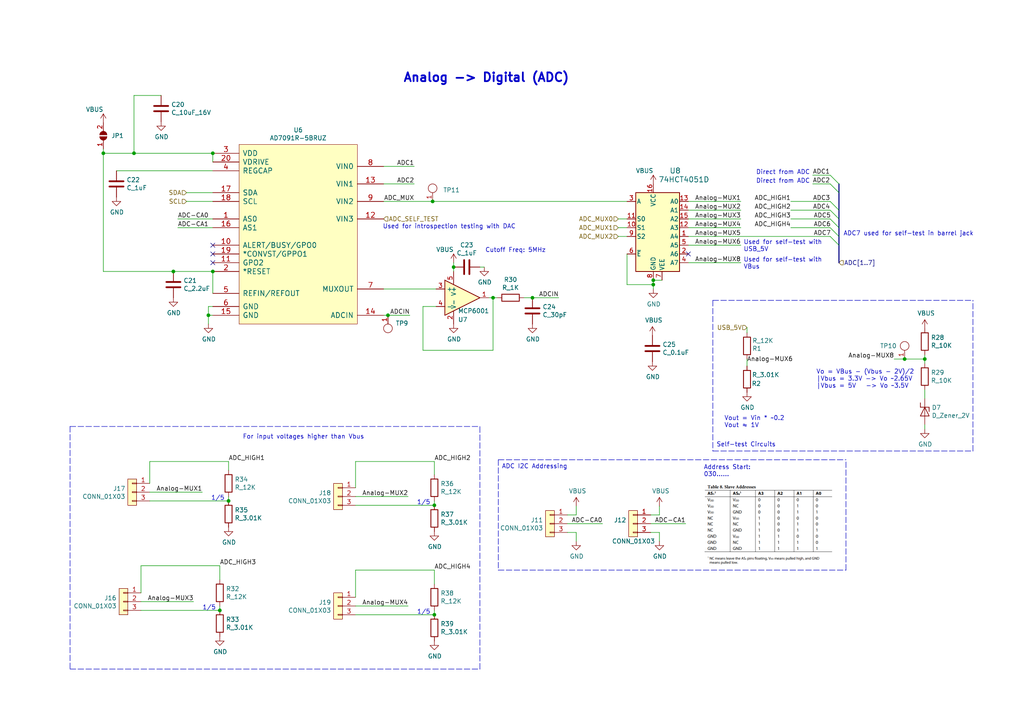
<source format=kicad_sch>
(kicad_sch (version 20211123) (generator eeschema)
  (paper "A4")
  (title_block (title "Hardware In The Loop: Primary Board") (rev "0A") (company "Olin Electric Motorsports") (comment 1 "Corey Cochran-Lepiz"))
  (lib_symbols
    (symbol "Jumper:SolderJumper_2_Open" (pin_names (offset 0) hide)
      (property "Reference" "JP" (at 0 2.032 0))
      (property "Value" "SolderJumper_2_Open" (at 0 -2.54 0))
      (symbol "SolderJumper_2_Open_0_1"
        (arc (start -0.254 1.016) (mid -1.27 0) (end -0.254 -1.016))
        (arc (start -0.254 1.016) (mid -1.27 0) (end -0.254 -1.016) (fill (type outline)))
        (polyline (pts (xy -0.254 1.016) (xy -0.254 -1.016)))
        (polyline (pts (xy 0.254 1.016) (xy 0.254 -1.016)))
        (arc (start 0.254 -1.016) (mid 1.27 0) (end 0.254 1.016))
        (arc (start 0.254 -1.016) (mid 1.27 0) (end 0.254 1.016) (fill (type outline)))
      )
      (symbol "SolderJumper_2_Open_1_1"
        (pin passive line (at -3.81 0 0) (length 2.54) (name "A") (number "1"))
        (pin passive line (at 3.81 0 180) (length 2.54) (name "B") (number "2"))
      )
    )
    (symbol "formula:74HCT4051D" (pin_names (offset 0.254))
      (property "Reference" "U" (at 20.32 10.16 0))
      (property "Value" "74HCT4051D" (at 20.32 7.62 0))
      (property "Datasheet" "https://assets.nexperia.com/documents/data-sheet/74HC_HCT4051.pdf" (at 0 0 0))
      (property "MPN" "1727-2850-1-ND" (at 7.62 15.24 0))
      (property "PurchasingLink" "https://www.digikey.com/en/products/detail/nexperia-usa-inc/74HCT4051D-118/763152" (at 13.97 11.43 0))
      (property "MFN" "DK" (at 0 0 0))
      (symbol "74HCT4051D_1_1"
        (rectangle (start 0 0) (end 12.7 -22.86) (stroke (width 0.254)) (fill (type background)))
        (pin passive line (at 15.24 -12.7 180) (length 2.54) (name "A4") (number "1"))
        (pin input line (at -2.54 -10.16 0) (length 2.54) (name "S1") (number "10"))
        (pin input line (at -2.54 -7.62 0) (length 2.54) (name "S0") (number "11"))
        (pin passive line (at 15.24 -10.16 180) (length 2.54) (name "A3") (number "12"))
        (pin passive line (at 15.24 -2.54 180) (length 2.54) (name "A0") (number "13"))
        (pin passive line (at 15.24 -5.08 180) (length 2.54) (name "A1") (number "14"))
        (pin passive line (at 15.24 -7.62 180) (length 2.54) (name "A2") (number "15"))
        (pin power_in line (at 5.08 2.54 270) (length 2.54) (name "VCC") (number "16"))
        (pin passive line (at 15.24 -17.78 180) (length 2.54) (name "A6") (number "2"))
        (pin passive line (at -2.54 -2.54 0) (length 2.54) (name "A") (number "3"))
        (pin passive line (at 15.24 -20.32 180) (length 2.54) (name "A7") (number "4"))
        (pin passive line (at 15.24 -15.24 180) (length 2.54) (name "A5") (number "5"))
        (pin input line (at -2.54 -17.78 0) (length 2.54) (name "~{E}") (number "6"))
        (pin power_in line (at 7.62 -25.4 90) (length 2.54) (name "VEE") (number "7"))
        (pin power_in line (at 5.08 -25.4 90) (length 2.54) (name "GND") (number "8"))
        (pin input line (at -2.54 -12.7 0) (length 2.54) (name "S2") (number "9"))
      )
    )
    (symbol "formula:AD7091R-5BRUZ" (pin_names (offset 1.016))
      (property "Reference" "U" (at 1.27 3.81 0))
      (property "Value" "AD7091R-5BRUZ" (at 8.89 1.27 0))
      (symbol "AD7091R-5BRUZ_0_1"
        (rectangle (start 0 0) (end 34.29 -52.07) (stroke (width 0.127)) (fill (type background)))
      )
      (symbol "AD7091R-5BRUZ_1_1"
        (pin unspecified line (at -7.62 -21.59 0) (length 7.62) (name "AS0") (number "1"))
        (pin unspecified line (at -7.62 -29.21 0) (length 7.62) (name "ALERT/BUSY/GPO0") (number "10"))
        (pin unspecified line (at -7.62 -34.29 0) (length 7.62) (name "GPO2") (number "11"))
        (pin unspecified line (at 41.91 -21.59 180) (length 7.62) (name "VIN3") (number "12"))
        (pin unspecified line (at 41.91 -11.43 180) (length 7.62) (name "VIN1") (number "13"))
        (pin unspecified line (at 41.91 -49.53 180) (length 7.62) (name "ADCIN") (number "14"))
        (pin unspecified line (at -7.62 -49.53 0) (length 7.62) (name "GND") (number "15"))
        (pin unspecified line (at -7.62 -24.13 0) (length 7.62) (name "AS1") (number "16"))
        (pin unspecified line (at -7.62 -13.97 0) (length 7.62) (name "SDA") (number "17"))
        (pin unspecified line (at -7.62 -16.51 0) (length 7.62) (name "SCL") (number "18"))
        (pin unspecified line (at -7.62 -31.75 0) (length 7.62) (name "*CONVST/GPPO1") (number "19"))
        (pin unspecified line (at -7.62 -36.83 0) (length 7.62) (name "*RESET") (number "2"))
        (pin unspecified line (at -7.62 -5.08 0) (length 7.62) (name "VDRIVE") (number "20"))
        (pin unspecified line (at -7.62 -2.54 0) (length 7.62) (name "VDD") (number "3"))
        (pin unspecified line (at -7.62 -7.62 0) (length 7.62) (name "REGCAP") (number "4"))
        (pin unspecified line (at -7.62 -43.18 0) (length 7.62) (name "REFIN/REFOUT") (number "5"))
        (pin unspecified line (at -7.62 -46.99 0) (length 7.62) (name "GND") (number "6"))
        (pin unspecified line (at 41.91 -41.91 180) (length 7.62) (name "MUXOUT") (number "7"))
        (pin unspecified line (at 41.91 -6.35 180) (length 7.62) (name "VIN0") (number "8"))
        (pin unspecified line (at 41.91 -16.51 180) (length 7.62) (name "VIN2") (number "9"))
      )
    )
    (symbol "formula:CONN_01X03" (pin_names (offset 0.0254) hide)
      (property "Reference" "J" (at 0 5.08 0))
      (property "Value" "CONN_01X03" (at 0 -5.08 0))
      (symbol "CONN_01X03_0_1"
        (rectangle (start -2.54 -2.413) (end -1.27 -2.667))
        (rectangle (start -2.54 0.127) (end -1.27 -0.127))
        (rectangle (start -2.54 2.667) (end -1.27 2.413))
        (rectangle (start -2.54 3.81) (end 0 -3.81) (fill (type background)))
      )
      (symbol "CONN_01X03_1_1"
        (pin passive line (at -6.35 2.54 0) (length 3.81) (name "P1") (number "1"))
        (pin passive line (at -6.35 0 0) (length 3.81) (name "P2") (number "2"))
        (pin passive line (at -6.35 -2.54 0) (length 3.81) (name "P3") (number "3"))
      )
    )
    (symbol "formula:C_0.1uF" (pin_numbers hide) (pin_names (offset 0.254))
      (property "Reference" "C" (at 0.635 2.54 0))
      (property "Value" "C_0.1uF" (at 0.635 -2.54 0))
      (symbol "C_0.1uF_0_1"
        (polyline (pts (xy -2.032 -0.762) (xy 2.032 -0.762)) (stroke (width 0.508)))
        (polyline (pts (xy -2.032 0.762) (xy 2.032 0.762)) (stroke (width 0.508)))
      )
      (symbol "C_0.1uF_1_1"
        (pin passive line (at 0 3.81 270) (length 2.794) (name "~") (number "1"))
        (pin passive line (at 0 -3.81 90) (length 2.794) (name "~") (number "2"))
      )
    )
    (symbol "formula:C_10uF_16V" (pin_numbers hide) (pin_names (offset 0.254))
      (property "Reference" "C" (at 0.635 2.54 0))
      (property "Value" "C_10uF_16V" (at 0.635 -2.54 0))
      (symbol "C_10uF_16V_0_1"
        (polyline (pts (xy -2.032 -0.762) (xy 2.032 -0.762)) (stroke (width 0.508)))
        (polyline (pts (xy -2.032 0.762) (xy 2.032 0.762)) (stroke (width 0.508)))
      )
      (symbol "C_10uF_16V_1_1"
        (pin passive line (at 0 3.81 270) (length 2.794) (name "~") (number "1"))
        (pin passive line (at 0 -3.81 90) (length 2.794) (name "~") (number "2"))
      )
    )
    (symbol "formula:C_1uF" (pin_numbers hide) (pin_names (offset 0.254))
      (property "Reference" "C" (at 0.635 3.81 0))
      (property "Value" "C_1uF" (at 0.635 -1.27 0))
      (symbol "C_1uF_0_1"
        (polyline (pts (xy -2.032 0.508) (xy 2.032 0.508)) (stroke (width 0.508)))
        (polyline (pts (xy -2.032 2.032) (xy 2.032 2.032)) (stroke (width 0.508)))
      )
      (symbol "C_1uF_1_1"
        (pin passive line (at 0 5.08 270) (length 2.794) (name "~") (number "1"))
        (pin passive line (at 0 -2.54 90) (length 2.794) (name "~") (number "2"))
      )
    )
    (symbol "formula:C_2.2uF" (pin_numbers hide) (pin_names (offset 0.254))
      (property "Reference" "C" (at 0.635 3.81 0))
      (property "Value" "C_2.2uF" (at 0.635 -1.27 0))
      (symbol "C_2.2uF_0_1"
        (polyline (pts (xy -2.032 0.508) (xy 2.032 0.508)) (stroke (width 0.508)))
        (polyline (pts (xy -2.032 2.032) (xy 2.032 2.032)) (stroke (width 0.508)))
      )
      (symbol "C_2.2uF_1_1"
        (pin passive line (at 0 5.08 270) (length 2.794) (name "~") (number "1"))
        (pin passive line (at 0 -2.54 90) (length 2.794) (name "~") (number "2"))
      )
    )
    (symbol "formula:C_30pF" (pin_numbers hide) (pin_names (offset 0.254))
      (property "Reference" "C" (at 0.635 2.54 0))
      (property "Value" "C_30pF" (at 0.635 -2.54 0))
      (symbol "C_30pF_0_1"
        (polyline (pts (xy -2.032 -0.762) (xy 2.032 -0.762)) (stroke (width 0.508)))
        (polyline (pts (xy -2.032 0.762) (xy 2.032 0.762)) (stroke (width 0.508)))
      )
      (symbol "C_30pF_1_1"
        (pin passive line (at 0 3.81 270) (length 2.794) (name "~") (number "1"))
        (pin passive line (at 0 -3.81 90) (length 2.794) (name "~") (number "2"))
      )
    )
    (symbol "formula:D_Zener_2V" (pin_numbers hide) (pin_names (offset 1.016) hide)
      (property "Reference" "D" (at 0 2.54 0))
      (property "Value" "D_Zener_2V" (at 0 -2.54 0))
      (symbol "D_Zener_2V_0_1"
        (polyline (pts (xy -1.27 -1.27) (xy -2.54 -1.27)) (stroke (width 0.2032)))
        (polyline (pts (xy -1.27 1.27) (xy 0 1.27)) (stroke (width 0.2032)))
        (polyline (pts (xy 1.27 0) (xy -1.27 0)))
        (polyline (pts (xy -1.27 -1.27) (xy -1.27 1.27) (xy -0.762 1.27)) (stroke (width 0.2032)))
        (polyline (pts (xy 1.27 -1.27) (xy 1.27 1.27) (xy -1.27 0) (xy 1.27 -1.27)) (stroke (width 0.2032)))
      )
      (symbol "D_Zener_2V_1_1"
        (pin passive line (at -3.81 0 0) (length 2.54) (name "K") (number "1"))
        (pin passive line (at 3.81 0 180) (length 2.54) (name "A") (number "2"))
      )
    )
    (symbol "formula:MCP6001"
      (property "Reference" "U" (at 0 5.08 0))
      (property "Value" "MCP6001" (at 0 -5.08 0))
      (symbol "MCP6001_0_1"
        (polyline (pts (xy -5.08 5.08) (xy 5.08 0) (xy -5.08 -5.08) (xy -5.08 5.08)) (stroke (width 0.254)) (fill (type background)))
        (pin power_in line (at -2.54 -7.62 90) (length 3.81) (name "V-") (number "2"))
        (pin power_in line (at -2.54 7.62 270) (length 3.81) (name "V+") (number "5"))
      )
      (symbol "MCP6001_1_1"
        (pin output line (at 7.62 0 180) (length 2.54) (name "~") (number "1"))
        (pin input line (at -7.62 2.54 0) (length 2.54) (name "+") (number "3"))
        (pin input line (at -7.62 -2.54 0) (length 2.54) (name "-") (number "4"))
      )
    )
    (symbol "formula:R_10K" (pin_numbers hide) (pin_names (offset 0))
      (property "Reference" "R" (at 2.032 0 90))
      (property "Value" "R_10K" (at -2.54 0 90))
      (symbol "R_10K_0_1"
        (rectangle (start -1.016 -2.54) (end 1.016 2.54) (stroke (width 0.254)))
      )
      (symbol "R_10K_1_1"
        (pin passive line (at 0 3.81 270) (length 1.27) (name "~") (number "1"))
        (pin passive line (at 0 -3.81 90) (length 1.27) (name "~") (number "2"))
      )
    )
    (symbol "formula:R_12K" (pin_numbers hide) (pin_names (offset 0))
      (property "Reference" "R" (at 2.032 0 90))
      (property "Value" "R_12K" (at -2.54 0 90))
      (symbol "R_12K_0_1"
        (rectangle (start -1.016 -2.54) (end 1.016 2.54) (stroke (width 0.254)))
      )
      (symbol "R_12K_1_1"
        (pin passive line (at 0 3.81 270) (length 1.27) (name "~") (number "1"))
        (pin passive line (at 0 -3.81 90) (length 1.27) (name "~") (number "2"))
      )
    )
    (symbol "formula:R_1K" (pin_numbers hide) (pin_names (offset 0))
      (property "Reference" "R" (at 2.032 0 90))
      (property "Value" "R_1K" (at -2.54 0 90))
      (symbol "R_1K_0_1"
        (rectangle (start -1.016 -2.54) (end 1.016 2.54) (stroke (width 0.254)))
      )
      (symbol "R_1K_1_1"
        (pin passive line (at 0 3.81 270) (length 1.27) (name "~") (number "1"))
        (pin passive line (at 0 -3.81 90) (length 1.27) (name "~") (number "2"))
      )
    )
    (symbol "formula:R_3.01K" (pin_numbers hide) (pin_names (offset 0))
      (property "Reference" "R" (at 2.032 0 90))
      (property "Value" "R_3.01K" (at -2.54 0 90))
      (symbol "R_3.01K_0_1"
        (rectangle (start -1.016 -2.54) (end 1.016 2.54) (stroke (width 0.254)))
      )
      (symbol "R_3.01K_1_1"
        (pin passive line (at 0 3.81 270) (length 1.27) (name "~") (number "1"))
        (pin passive line (at 0 -3.81 90) (length 1.27) (name "~") (number "2"))
      )
    )
    (symbol "formula:Test_Point_SMD" (pin_names (offset 1.016))
      (property "Reference" "TP" (at 0 7.62 0))
      (property "Value" "Test_Point_SMD" (at 1.27 5.08 0))
      (symbol "Test_Point_SMD_1_1"
        (circle (center 0 2.54) (radius 1.27))
        (pin input line (at 0 -1.27 90) (length 2.54) (name "~") (number "1"))
      )
    )
    (symbol "power:GND" (power) (pin_names (offset 0))
      (property "Value" "GND" (at 0 -3.81 0))
      (symbol "GND_0_1"
        (polyline (pts (xy 0 0) (xy 0 -1.27) (xy 1.27 -1.27) (xy 0 -2.54) (xy -1.27 -1.27) (xy 0 -1.27)))
      )
      (symbol "GND_1_1"
        (pin power_in line (at 0 0 270) (length 0) hide (name "GND") (number "1"))
      )
    )
    (symbol "power:VBUS" (power) (pin_names (offset 0))
      (property "Value" "VBUS" (at 0 3.81 0))
      (symbol "VBUS_0_1"
        (polyline (pts (xy -0.762 1.27) (xy 0 2.54)))
        (polyline (pts (xy 0 0) (xy 0 2.54)))
        (polyline (pts (xy 0 2.54) (xy 0.762 1.27)))
      )
      (symbol "VBUS_1_1"
        (pin power_in line (at 0 0 90) (length 0) hide (name "VBUS") (number "1"))
      )
    )
  )
  (junction (at 61.722 78.74))
  (junction (at 38.862 44.45))
  (junction (at 262.382 104.14))
  (junction (at 125.984 146.558))
  (junction (at 60.452 91.44))
  (junction (at 63.754 177.038))
  (junction (at 268.224 104.14))
  (junction (at 112.522 91.44))
  (junction (at 125.984 178.308))
  (junction (at 66.294 145.288))
  (junction (at 143.002 86.36))
  (junction (at 189.484 82.55))
  (junction (at 61.722 44.45))
  (junction (at 125.476 58.42))
  (junction (at 131.572 77.47))
  (junction (at 29.972 44.45))
  (junction (at 189.484 81.28))
  (junction (at 154.432 86.36))
  (junction (at 50.292 78.74))
  (no_connect (at 61.722 73.66))
  (no_connect (at 61.722 71.12))
  (no_connect (at 61.722 76.2))
  (no_connect (at 199.644 73.66))
  (bus_entry (at 240.792 58.42) (size 2.54 2.54))
  (bus_entry (at 240.792 60.96) (size 2.54 2.54))
  (bus_entry (at 240.792 66.04) (size 2.54 2.54))
  (bus_entry (at 240.792 63.5) (size 2.54 2.54))
  (bus_entry (at 240.792 68.58) (size 2.54 2.54))
  (bus_entry (at 240.792 53.34) (size 2.54 2.54))
  (bus_entry (at 240.792 50.8) (size 2.54 2.54))
  (wire (pts (xy 40.894 164.084) (xy 40.894 171.958)))
  (bus (pts (xy 243.332 55.88) (xy 243.332 60.96)))
  (bus (pts (xy 243.332 71.12) (xy 243.332 76.2)))
  (wire (pts (xy 43.434 140.208) (xy 43.434 133.858)))
  (wire (pts (xy 167.132 146.812) (xy 167.132 149.352)))
  (wire (pts (xy 240.792 60.96) (xy 229.362 60.96)))
  (wire (pts (xy 66.294 136.398) (xy 66.294 133.858)))
  (wire (pts (xy 143.002 86.36) (xy 144.272 86.36)))
  (wire (pts (xy 199.644 60.96) (xy 214.884 60.96)))
  (wire (pts (xy 191.262 146.812) (xy 191.262 149.352)))
  (wire (pts (xy 61.722 91.44) (xy 60.452 91.44)))
  (wire (pts (xy 181.864 82.55) (xy 189.484 82.55)))
  (wire (pts (xy 199.644 71.12) (xy 214.884 71.12)))
  (polyline (pts (xy 139.192 194.056) (xy 139.192 123.698)))
  (wire (pts (xy 46.736 27.686) (xy 38.862 27.686)))
  (wire (pts (xy 58.674 142.748) (xy 43.434 142.748)))
  (wire (pts (xy 189.484 82.55) (xy 189.484 83.82)))
  (wire (pts (xy 61.722 63.5) (xy 51.562 63.5)))
  (wire (pts (xy 118.364 144.018) (xy 103.124 144.018)))
  (wire (pts (xy 111.252 58.42) (xy 125.476 58.42)))
  (wire (pts (xy 60.452 91.44) (xy 60.452 93.98)))
  (wire (pts (xy 54.102 55.88) (xy 61.722 55.88)))
  (wire (pts (xy 140.462 77.47) (xy 139.192 77.47)))
  (wire (pts (xy 179.324 66.04) (xy 181.864 66.04)))
  (wire (pts (xy 125.984 165.354) (xy 125.984 169.418)))
  (polyline (pts (xy 144.526 133.35) (xy 245.364 133.35)))
  (wire (pts (xy 56.134 174.498) (xy 40.894 174.498)))
  (wire (pts (xy 131.572 76.2) (xy 131.572 77.47)))
  (wire (pts (xy 40.894 177.038) (xy 63.754 177.038)))
  (wire (pts (xy 268.224 105.41) (xy 268.224 104.14)))
  (wire (pts (xy 112.522 91.44) (xy 111.252 91.44)))
  (wire (pts (xy 118.872 91.44) (xy 112.522 91.44)))
  (wire (pts (xy 29.972 44.45) (xy 29.972 43.18)))
  (wire (pts (xy 154.432 86.36) (xy 162.052 86.36)))
  (wire (pts (xy 229.362 58.42) (xy 240.792 58.42)))
  (wire (pts (xy 199.644 66.04) (xy 214.884 66.04)))
  (wire (pts (xy 259.334 104.14) (xy 262.382 104.14)))
  (wire (pts (xy 54.102 58.42) (xy 61.722 58.42)))
  (wire (pts (xy 143.002 86.36) (xy 141.732 86.36)))
  (polyline (pts (xy 144.526 133.35) (xy 144.526 165.354)))
  (wire (pts (xy 61.722 78.74) (xy 50.292 78.74)))
  (wire (pts (xy 111.252 83.82) (xy 126.492 83.82)))
  (wire (pts (xy 103.124 146.558) (xy 125.984 146.558)))
  (wire (pts (xy 199.644 68.58) (xy 240.792 68.58)))
  (bus (pts (xy 243.332 63.5) (xy 243.332 66.04)))
  (wire (pts (xy 103.124 133.858) (xy 125.984 133.858)))
  (polyline (pts (xy 282.194 130.81) (xy 282.194 87.122)))
  (wire (pts (xy 191.262 149.352) (xy 188.722 149.352)))
  (wire (pts (xy 103.124 141.478) (xy 103.124 133.858)))
  (polyline (pts (xy 206.756 130.81) (xy 282.194 130.81)))
  (wire (pts (xy 192.024 81.28) (xy 189.484 81.28)))
  (wire (pts (xy 125.476 58.42) (xy 181.864 58.42)))
  (polyline (pts (xy 206.756 87.122) (xy 206.756 130.81)))
  (wire (pts (xy 126.492 88.9) (xy 122.682 88.9)))
  (wire (pts (xy 167.132 149.352) (xy 164.592 149.352)))
  (wire (pts (xy 214.884 63.5) (xy 199.644 63.5)))
  (wire (pts (xy 268.224 104.14) (xy 268.224 102.87)))
  (wire (pts (xy 179.324 68.58) (xy 181.864 68.58)))
  (polyline (pts (xy 20.32 194.056) (xy 139.192 194.056)))
  (wire (pts (xy 188.722 154.432) (xy 191.262 154.432)))
  (wire (pts (xy 167.132 154.432) (xy 167.132 156.972)))
  (wire (pts (xy 43.434 145.288) (xy 66.294 145.288)))
  (wire (pts (xy 51.562 66.04) (xy 61.722 66.04)))
  (wire (pts (xy 122.682 88.9) (xy 122.682 101.6)))
  (wire (pts (xy 191.262 154.432) (xy 191.262 156.972)))
  (wire (pts (xy 120.142 48.26) (xy 111.252 48.26)))
  (wire (pts (xy 229.362 63.5) (xy 240.792 63.5)))
  (wire (pts (xy 61.722 88.9) (xy 60.452 88.9)))
  (wire (pts (xy 216.662 94.996) (xy 216.662 96.52)))
  (wire (pts (xy 174.752 151.892) (xy 164.592 151.892)))
  (wire (pts (xy 235.712 53.34) (xy 240.792 53.34)))
  (wire (pts (xy 143.002 86.36) (xy 143.002 101.6)))
  (wire (pts (xy 268.224 124.46) (xy 268.224 123.19)))
  (wire (pts (xy 61.722 46.99) (xy 61.722 44.45)))
  (polyline (pts (xy 20.32 123.698) (xy 139.192 123.698)))
  (polyline (pts (xy 245.364 165.354) (xy 245.364 133.35)))
  (wire (pts (xy 103.124 165.354) (xy 103.124 173.228)))
  (polyline (pts (xy 144.526 165.354) (xy 245.364 165.354)))
  (wire (pts (xy 63.754 177.038) (xy 63.754 175.768)))
  (wire (pts (xy 240.792 66.04) (xy 229.362 66.04)))
  (polyline (pts (xy 206.756 87.122) (xy 282.194 87.122)))
  (wire (pts (xy 33.782 49.53) (xy 61.722 49.53)))
  (wire (pts (xy 216.662 104.14) (xy 216.662 106.172)))
  (wire (pts (xy 63.754 164.084) (xy 40.894 164.084)))
  (wire (pts (xy 103.124 178.308) (xy 125.984 178.308)))
  (wire (pts (xy 38.862 44.45) (xy 61.722 44.45)))
  (wire (pts (xy 214.884 76.2) (xy 199.644 76.2)))
  (wire (pts (xy 214.884 58.42) (xy 199.644 58.42)))
  (wire (pts (xy 118.364 175.768) (xy 103.124 175.768)))
  (wire (pts (xy 131.572 77.47) (xy 131.572 78.74)))
  (wire (pts (xy 63.754 164.084) (xy 63.754 168.148)))
  (wire (pts (xy 164.592 154.432) (xy 167.132 154.432)))
  (bus (pts (xy 243.332 60.96) (xy 243.332 63.5)))
  (bus (pts (xy 243.332 68.58) (xy 243.332 71.12)))
  (wire (pts (xy 179.324 63.5) (xy 181.864 63.5)))
  (polyline (pts (xy 20.32 123.698) (xy 20.32 194.056)))
  (wire (pts (xy 125.984 165.354) (xy 103.124 165.354)))
  (bus (pts (xy 243.332 53.34) (xy 243.332 55.88)))
  (wire (pts (xy 235.712 50.8) (xy 240.792 50.8)))
  (wire (pts (xy 61.722 85.09) (xy 61.722 78.74)))
  (wire (pts (xy 125.984 178.308) (xy 125.984 177.038)))
  (wire (pts (xy 143.002 101.6) (xy 122.682 101.6)))
  (wire (pts (xy 111.252 53.34) (xy 120.142 53.34)))
  (wire (pts (xy 189.484 81.28) (xy 189.484 82.55)))
  (wire (pts (xy 60.452 88.9) (xy 60.452 91.44)))
  (wire (pts (xy 29.972 44.45) (xy 29.972 78.74)))
  (wire (pts (xy 29.972 78.74) (xy 50.292 78.74)))
  (wire (pts (xy 43.434 133.858) (xy 66.294 133.858)))
  (wire (pts (xy 38.862 27.686) (xy 38.862 44.45)))
  (bus (pts (xy 243.332 66.04) (xy 243.332 68.58)))
  (wire (pts (xy 125.984 133.858) (xy 125.984 137.668)))
  (wire (pts (xy 151.892 86.36) (xy 154.432 86.36)))
  (wire (pts (xy 268.224 113.03) (xy 268.224 115.57)))
  (wire (pts (xy 66.294 145.288) (xy 66.294 144.018)))
  (wire (pts (xy 125.984 146.558) (xy 125.984 145.288)))
  (wire (pts (xy 29.972 44.45) (xy 38.862 44.45)))
  (wire (pts (xy 198.882 151.892) (xy 188.722 151.892)))
  (wire (pts (xy 262.382 104.14) (xy 268.224 104.14)))
  (wire (pts (xy 181.864 73.66) (xy 181.864 82.55)))
  (image (at 223.139 152.4))
  (text "1/5" (at 58.6946 177.0648 0) (effects (font (size 1.27 1.27)) (justify left bottom)))
  (text "For input voltages higher than Vbus" (at 70.3786 127.5348 0) (effects (font (size 1.27 1.27)) (justify left bottom)))
  (text "Used for introspection testing with DAC" (at 110.998 66.548 0) (effects (font (size 1.27 1.27)) (justify left bottom)))
  (text "Direct from ADC" (at 234.95 50.8 180) (effects (font (size 1.27 1.27)) (justify right bottom)))
  (text "Vo = VBus - (Vbus - 2V)/2\n|Vbus = 3.3V -> Vo ~2.65V\n|Vbus = 5V   -> Vo ~3.5V" (at 236.728 112.776 0) (effects (font (size 1.27 1.27)) (justify left bottom)))
  (text "ADC7 used for self-test in barrel jack" (at 244.602 68.58 0) (effects (font (size 1.27 1.27)) (justify left bottom)))
  (text "Cutoff Freq: 5MHz" (at 140.716 73.406 0) (effects (font (size 1.27 1.27)) (justify left bottom)))
  (text "Address Start:\n030......" (at 204.089 138.43 0) (effects (font (size 1.27 1.27)) (justify left bottom)))
  (text "1/5" (at 61.214 145.288 0) (effects (font (size 1.27 1.27)) (justify left bottom)))
  (text "ADC I2C Addressing" (at 164.592 136.144 180) (effects (font (size 1.27 1.27)) (justify right bottom)))
  (text "Used for self-test with\nUSB_5V" (at 215.646 73.152 0) (effects (font (size 1.27 1.27)) (justify left bottom)))
  (text "Direct from ADC" (at 234.95 53.34 180) (effects (font (size 1.27 1.27)) (justify right bottom)))
  (text "Analog -> Digital (ADC)" (at 116.84 24.13 0) (effects (font (size 2.54 2.54) (thickness 0.508) bold) (justify left bottom)))
  (text "1/5" (at 120.904 146.558 0) (effects (font (size 1.27 1.27)) (justify left bottom)))
  (text "Used for self-test with\nVBus" (at 215.646 78.232 0) (effects (font (size 1.27 1.27)) (justify left bottom)))
  (text "Vout = Vin * ~0.2\nVout ≈ 1V" (at 210.058 124.206 0) (effects (font (size 1.27 1.27)) (justify left bottom)))
  (text "Self-test Circuits" (at 225.044 129.794 180) (effects (font (size 1.27 1.27)) (justify right bottom)))
  (text "1/5" (at 120.9246 178.3348 0) (effects (font (size 1.27 1.27)) (justify left bottom)))
  (label "Analog-MUX4" (at 118.364 175.768 180))
  (label "ADC4" (at 240.792 60.96 180))
  (label "Analog-MUX8" (at 259.334 104.14 180))
  (label "ADC-CA0" (at 51.562 63.5 0))
  (label "ADC7" (at 235.966 68.58 0))
  (label "ADC1" (at 120.142 48.26 180))
  (label "ADC_HIGH1" (at 66.294 133.858 0))
  (label "Analog-MUX8" (at 214.884 76.2 180))
  (label "Analog-MUX3" (at 56.134 174.498 180))
  (label "Analog-MUX1" (at 58.674 142.748 180))
  (label "ADC2" (at 235.712 53.34 0))
  (label "ADC_HIGH3" (at 63.754 164.084 0))
  (label "ADC2" (at 120.142 53.34 180))
  (label "Analog-MUX2" (at 214.884 60.96 180))
  (label "ADCIN" (at 162.052 86.36 180))
  (label "ADC3" (at 240.792 58.42 180))
  (label "Analog-MUX5" (at 214.884 68.58 180))
  (label "Analog-MUX3" (at 214.884 63.5 180))
  (label "ADC_HIGH1" (at 229.362 58.42 180))
  (label "ADC_HIGH2" (at 125.984 133.858 0))
  (label "ADC-CA1" (at 51.562 66.04 0))
  (label "Analog-MUX1" (at 214.884 58.42 180))
  (label "Analog-MUX6" (at 214.884 71.12 180))
  (label "ADC_HIGH3" (at 229.362 63.5 180))
  (label "ADC5" (at 235.966 63.5 0))
  (label "ADC-CA1" (at 198.882 151.892 180))
  (label "Analog-MUX2" (at 118.364 144.018 180))
  (label "ADC_HIGH4" (at 125.984 165.354 0))
  (label "ADC_MUX" (at 120.142 58.42 180))
  (label "Analog-MUX6" (at 216.662 105.156 0))
  (label "ADCIN" (at 118.872 91.44 180))
  (label "ADC_HIGH4" (at 229.362 66.04 180))
  (label "Analog-MUX4" (at 214.884 66.04 180))
  (label "ADC_HIGH2" (at 229.362 60.96 180))
  (label "ADC6" (at 235.966 66.04 0))
  (label "ADC1" (at 235.712 50.8 0))
  (label "ADC-CA0" (at 174.752 151.892 180))
  (hierarchical_label "ADC_MUX0" (shape input) (at 179.324 63.5 180))
  (hierarchical_label "ADC_MUX1" (shape input) (at 179.324 66.04 180))
  (hierarchical_label "SCL" (shape input) (at 54.102 58.42 180))
  (hierarchical_label "ADC_MUX2" (shape input) (at 179.324 68.58 180))
  (hierarchical_label "USB_5V" (shape input) (at 216.662 94.996 180))
  (hierarchical_label "ADC[1..7]" (shape input) (at 243.332 76.2 0))
  (hierarchical_label "SDA" (shape input) (at 54.102 55.88 180))
  (hierarchical_label "ADC_SELF_TEST" (shape input) (at 111.252 63.5 0))
  (symbol (lib_id "power:GND") (at 189.484 83.82 0) (unit 1)
    (property "Reference" "#PWR?" (effects hide))
    (property "Value" "GND" (at 189.611 88.2142 0))
  )
  (symbol (lib_id "formula:C_0.1uF") (at 189.23 101.092 0) (unit 1)
    (property "Reference" "C25" (at 192.151 99.9236 0) (effects (justify left)))
    (property "Value" "C_0.1uF" (at 192.151 102.235 0) (effects (justify left)))
    (property "Footprint" "footprints:C_0805_OEM" (effects hide))
    (property "Datasheet" "http://datasheets.avx.com/X7RDielectric.pdf" (effects hide))
    (property "MFN" "DK" (effects hide))
    (property "MPN" "478-3352-1-ND" (effects hide))
    (property "PurchasingLink" "https://www.digikey.com/products/en?keywords=478-3352-1-ND" (effects hide))
  )
  (symbol (lib_id "power:GND") (at 189.23 104.902 0) (unit 1)
    (property "Reference" "#PWR?" (effects hide))
    (property "Value" "GND" (at 189.357 109.2962 0))
  )
  (symbol (lib_id "power:VBUS") (at 189.484 53.34 0) (unit 1)
    (property "Reference" "#PWR?" (effects hide))
    (property "Value" "VBUS" (at 186.944 49.53 0))
  )
  (symbol (lib_id "power:VBUS") (at 189.23 97.282 0) (unit 1)
    (property "Reference" "#PWR?" (effects hide))
    (property "Value" "VBUS" (at 189.611 92.8878 0))
  )
  (symbol (lib_id "formula:CONN_01X03") (at 96.774 175.768 0) (mirror y) (unit 1)
    (property "Reference" "J19" (at 96.0628 174.7266 0) (effects (justify left)))
    (property "Value" "CONN_01X03" (at 96.0628 177.038 0) (effects (justify left)))
    (property "Footprint" "footprints:PinHeader_1x03_P2.54mm_Vertical" (effects hide))
    (property "Datasheet" "https://www.mouser.com/datasheet/2/181/M20-999-1218971.pdf" (effects hide))
    (property "MFN" "Mouser" (effects hide))
    (property "MPN" "855-M20-9990346" (effects hide))
    (property "PurchasingLink" "https://www.mouser.com/ProductDetail/Harwin/M20-9990346?qs=sGAEpiMZZMs%252bGHln7q6pmzlZUuX%2f53qj1ROyRKct5o4%3d" (effects hide))
  )
  (symbol (lib_id "formula:R_3.01K") (at 125.984 182.118 0) (unit 1)
    (property "Reference" "R39" (at 127.762 180.9496 0) (effects (justify left)))
    (property "Value" "R_3.01K" (at 127.762 183.261 0) (effects (justify left)))
    (property "Footprint" "footprints:R_0805_OEM" (effects hide))
    (property "Datasheet" "http://www.yageo.com.tw/exep/pages/download/literatures/PYu-R_INT-thick_7.pdf" (effects hide))
    (property "MFN" "DK" (effects hide))
    (property "MPN" "311-3.01KCRCT-ND" (effects hide))
    (property "PurchasingLink" "https://www.digikey.com/products/en?keywords=311-3.01KCRCT-ND" (effects hide))
  )
  (symbol (lib_id "power:GND") (at 125.984 185.928 0) (unit 1)
    (property "Reference" "#PWR?" (effects hide))
    (property "Value" "GND" (at 126.111 190.3222 0))
  )
  (symbol (lib_id "formula:R_12K") (at 125.984 173.228 0) (unit 1)
    (property "Reference" "R38" (at 127.762 172.0596 0) (effects (justify left)))
    (property "Value" "R_12K" (at 127.762 174.371 0) (effects (justify left)))
    (property "Footprint" "footprints:R_0805_OEM" (effects hide))
    (property "Datasheet" "https://www.te.com/commerce/DocumentDelivery/DDEController?Action=srchrtrv&DocNm=9-1773463-9&DocType=DS&DocLang=English" (effects hide))
    (property "MFN" "TE" (effects hide))
    (property "MPN" "CRGP0805F12K" (effects hide))
    (property "PurchasingLink" "https://www.digikey.com/en/products/detail/te-connectivity-passive-product/CRGP0805F12K/8577092" (effects hide))
  )
  (symbol (lib_id "formula:CONN_01X03") (at 34.544 174.498 0) (mirror y) (unit 1)
    (property "Reference" "J16" (at 33.8328 173.4566 0) (effects (justify left)))
    (property "Value" "CONN_01X03" (at 33.8328 175.768 0) (effects (justify left)))
    (property "Footprint" "footprints:PinHeader_1x03_P2.54mm_Vertical" (effects hide))
    (property "Datasheet" "https://www.mouser.com/datasheet/2/181/M20-999-1218971.pdf" (effects hide))
    (property "MFN" "Mouser" (effects hide))
    (property "MPN" "855-M20-9990346" (effects hide))
    (property "PurchasingLink" "https://www.mouser.com/ProductDetail/Harwin/M20-9990346?qs=sGAEpiMZZMs%252bGHln7q6pmzlZUuX%2f53qj1ROyRKct5o4%3d" (effects hide))
  )
  (symbol (lib_id "formula:R_3.01K") (at 63.754 180.848 0) (unit 1)
    (property "Reference" "R33" (at 65.532 179.6796 0) (effects (justify left)))
    (property "Value" "R_3.01K" (at 65.532 181.991 0) (effects (justify left)))
    (property "Footprint" "footprints:R_0805_OEM" (effects hide))
    (property "Datasheet" "http://www.yageo.com.tw/exep/pages/download/literatures/PYu-R_INT-thick_7.pdf" (effects hide))
    (property "MFN" "DK" (effects hide))
    (property "MPN" "311-3.01KCRCT-ND" (effects hide))
    (property "PurchasingLink" "https://www.digikey.com/products/en?keywords=311-3.01KCRCT-ND" (effects hide))
  )
  (symbol (lib_id "power:GND") (at 63.754 184.658 0) (unit 1)
    (property "Reference" "#PWR?" (effects hide))
    (property "Value" "GND" (at 63.881 189.0522 0))
  )
  (symbol (lib_id "formula:R_12K") (at 63.754 171.958 0) (unit 1)
    (property "Reference" "R32" (at 65.532 170.7896 0) (effects (justify left)))
    (property "Value" "R_12K" (at 65.532 173.101 0) (effects (justify left)))
    (property "Footprint" "footprints:R_0805_OEM" (effects hide))
    (property "Datasheet" "https://www.te.com/commerce/DocumentDelivery/DDEController?Action=srchrtrv&DocNm=9-1773463-9&DocType=DS&DocLang=English" (effects hide))
    (property "MFN" "TE" (effects hide))
    (property "MPN" "CRGP0805F12K" (effects hide))
    (property "PurchasingLink" "https://www.digikey.com/en/products/detail/te-connectivity-passive-product/CRGP0805F12K/8577092" (effects hide))
  )
  (symbol (lib_id "formula:CONN_01X03") (at 96.774 144.018 0) (mirror y) (unit 1)
    (property "Reference" "J18" (at 96.0628 142.9766 0) (effects (justify left)))
    (property "Value" "CONN_01X03" (at 96.0628 145.288 0) (effects (justify left)))
    (property "Footprint" "footprints:PinHeader_1x03_P2.54mm_Vertical" (effects hide))
    (property "Datasheet" "https://www.mouser.com/datasheet/2/181/M20-999-1218971.pdf" (effects hide))
    (property "MFN" "Mouser" (effects hide))
    (property "MPN" "855-M20-9990346" (effects hide))
    (property "PurchasingLink" "https://www.mouser.com/ProductDetail/Harwin/M20-9990346?qs=sGAEpiMZZMs%252bGHln7q6pmzlZUuX%2f53qj1ROyRKct5o4%3d" (effects hide))
  )
  (symbol (lib_id "formula:R_3.01K") (at 125.984 150.368 0) (unit 1)
    (property "Reference" "R37" (at 127.762 149.1996 0) (effects (justify left)))
    (property "Value" "R_3.01K" (at 127.762 151.511 0) (effects (justify left)))
    (property "Footprint" "footprints:R_0805_OEM" (effects hide))
    (property "Datasheet" "http://www.yageo.com.tw/exep/pages/download/literatures/PYu-R_INT-thick_7.pdf" (effects hide))
    (property "MFN" "DK" (effects hide))
    (property "MPN" "311-3.01KCRCT-ND" (effects hide))
    (property "PurchasingLink" "https://www.digikey.com/products/en?keywords=311-3.01KCRCT-ND" (effects hide))
  )
  (symbol (lib_id "power:GND") (at 125.984 154.178 0) (unit 1)
    (property "Reference" "#PWR?" (effects hide))
    (property "Value" "GND" (at 126.111 158.5722 0))
  )
  (symbol (lib_id "formula:R_12K") (at 125.984 141.478 0) (unit 1)
    (property "Reference" "R36" (at 127.762 140.3096 0) (effects (justify left)))
    (property "Value" "R_12K" (at 127.762 142.621 0) (effects (justify left)))
    (property "Footprint" "footprints:R_0805_OEM" (effects hide))
    (property "Datasheet" "https://www.te.com/commerce/DocumentDelivery/DDEController?Action=srchrtrv&DocNm=9-1773463-9&DocType=DS&DocLang=English" (effects hide))
    (property "MFN" "TE" (effects hide))
    (property "MPN" "CRGP0805F12K" (effects hide))
    (property "PurchasingLink" "https://www.digikey.com/en/products/detail/te-connectivity-passive-product/CRGP0805F12K/8577092" (effects hide))
  )
  (symbol (lib_id "formula:CONN_01X03") (at 37.084 142.748 0) (mirror y) (unit 1)
    (property "Reference" "J17" (at 36.3728 141.7066 0) (effects (justify left)))
    (property "Value" "CONN_01X03" (at 36.3728 144.018 0) (effects (justify left)))
    (property "Footprint" "footprints:PinHeader_1x03_P2.54mm_Vertical" (effects hide))
    (property "Datasheet" "https://www.mouser.com/datasheet/2/181/M20-999-1218971.pdf" (effects hide))
    (property "MFN" "Mouser" (effects hide))
    (property "MPN" "855-M20-9990346" (effects hide))
    (property "PurchasingLink" "https://www.mouser.com/ProductDetail/Harwin/M20-9990346?qs=sGAEpiMZZMs%252bGHln7q6pmzlZUuX%2f53qj1ROyRKct5o4%3d" (effects hide))
  )
  (symbol (lib_id "formula:R_3.01K") (at 66.294 149.098 0) (unit 1)
    (property "Reference" "R35" (at 68.072 147.9296 0) (effects (justify left)))
    (property "Value" "R_3.01K" (at 68.072 150.241 0) (effects (justify left)))
    (property "Footprint" "footprints:R_0805_OEM" (effects hide))
    (property "Datasheet" "http://www.yageo.com.tw/exep/pages/download/literatures/PYu-R_INT-thick_7.pdf" (effects hide))
    (property "MFN" "DK" (effects hide))
    (property "MPN" "311-3.01KCRCT-ND" (effects hide))
    (property "PurchasingLink" "https://www.digikey.com/products/en?keywords=311-3.01KCRCT-ND" (effects hide))
  )
  (symbol (lib_id "power:GND") (at 66.294 152.908 0) (unit 1)
    (property "Reference" "#PWR?" (effects hide))
    (property "Value" "GND" (at 66.421 157.3022 0))
  )
  (symbol (lib_id "formula:R_12K") (at 66.294 140.208 0) (unit 1)
    (property "Reference" "R34" (at 68.072 139.0396 0) (effects (justify left)))
    (property "Value" "R_12K" (at 68.072 141.351 0) (effects (justify left)))
    (property "Footprint" "footprints:R_0805_OEM" (effects hide))
    (property "Datasheet" "https://www.te.com/commerce/DocumentDelivery/DDEController?Action=srchrtrv&DocNm=9-1773463-9&DocType=DS&DocLang=English" (effects hide))
    (property "MFN" "TE" (effects hide))
    (property "MPN" "CRGP0805F12K" (effects hide))
    (property "PurchasingLink" "https://www.digikey.com/en/products/detail/te-connectivity-passive-product/CRGP0805F12K/8577092" (effects hide))
  )
  (symbol (lib_id "formula:D_Zener_2V") (at 268.224 119.38 270) (unit 1)
    (property "Reference" "D7" (at 270.2306 118.2116 90) (effects (justify left)))
    (property "Value" "D_Zener_2V" (at 270.2306 120.523 90) (effects (justify left)))
    (property "Footprint" "footprints:SOD-323" (effects hide))
    (property "Datasheet" "https://www.vishay.com/docs/83334/gdzg.pdf" (effects hide))
    (property "MFN" "Vishay" (effects hide))
    (property "MPN" "GDZ2V0B-G3-08" (effects hide))
    (property "PurchasingLink" "https://www.digikey.com/en/products/detail/vishay-general-semiconductor-diodes-division/GDZ2V0B-G3-08/4831605" (effects hide))
  )
  (symbol (lib_id "formula:R_10K") (at 268.224 109.22 0) (unit 1)
    (property "Reference" "R29" (at 270.002 108.0516 0) (effects (justify left)))
    (property "Value" "R_10K" (at 270.002 110.363 0) (effects (justify left)))
    (property "Footprint" "footprints:R_0805_OEM" (effects hide))
    (property "Datasheet" "http://www.bourns.com/data/global/pdfs/CRS.pdf" (effects hide))
    (property "MFN" "DK" (effects hide))
    (property "MPN" "CRS0805-FX-1002ELFCT-ND" (effects hide))
    (property "PurchasingLink" "https://www.digikey.com/products/en?keywords=CRS0805-FX-1002ELFCT-ND" (effects hide))
  )
  (symbol (lib_id "formula:R_10K") (at 268.224 99.06 0) (unit 1)
    (property "Reference" "R28" (at 270.002 97.8916 0) (effects (justify left)))
    (property "Value" "R_10K" (at 270.002 100.203 0) (effects (justify left)))
    (property "Footprint" "footprints:R_0805_OEM" (effects hide))
    (property "Datasheet" "http://www.bourns.com/data/global/pdfs/CRS.pdf" (effects hide))
    (property "MFN" "DK" (effects hide))
    (property "MPN" "CRS0805-FX-1002ELFCT-ND" (effects hide))
    (property "PurchasingLink" "https://www.digikey.com/products/en?keywords=CRS0805-FX-1002ELFCT-ND" (effects hide))
  )
  (symbol (lib_id "power:GND") (at 268.224 124.46 0) (unit 1)
    (property "Reference" "#PWR?" (effects hide))
    (property "Value" "GND" (at 268.351 128.8542 0))
  )
  (symbol (lib_id "power:VBUS") (at 268.224 95.25 0) (unit 1)
    (property "Reference" "#PWR?" (effects hide))
    (property "Value" "VBUS" (at 268.605 90.8558 0))
  )
  (symbol (lib_id "formula:AD7091R-5BRUZ") (at 69.342 41.91 0) (unit 1)
    (property "Reference" "U6" (at 86.487 37.719 0))
    (property "Value" "AD7091R-5BRUZ" (at 86.487 40.0304 0))
    (property "Footprint" "footprints:AD7091R-5BRUZ" (effects hide))
    (property "Datasheet" "https://www.analog.com/media/en/technical-documentation/data-sheets/AD7091R-5.pdf" (effects hide))
    (property "MPN" "AD7091R-5BRUZ-ND" (effects hide))
    (property "PurchasingLink" "https://www.digikey.com/en/products/detail/analog-devices-inc/AD7091R-5BRUZ/5441090" (effects hide))
    (property "MFN" "DK" (effects hide))
  )
  (symbol (lib_id "power:VBUS") (at 29.972 35.56 0) (unit 1)
    (property "Reference" "#PWR?" (effects hide))
    (property "Value" "VBUS" (at 27.432 31.75 0))
  )
  (symbol (lib_id "formula:MCP6001") (at 134.112 86.36 0) (unit 1)
    (property "Reference" "U7" (at 132.842 92.71 0) (effects (justify left)))
    (property "Value" "MCP6001" (at 132.842 90.17 0) (effects (justify left)))
    (property "Footprint" "footprints:SOT-23-5_OEM" (effects hide))
    (property "Datasheet" "http://ww1.microchip.com/downloads/en/DeviceDoc/21733j.pdf" (effects hide))
    (property "MFN" "DK" (effects hide))
    (property "MPN" "MCP6001T-I/OTCT-ND" (effects hide))
    (property "PurchasingLink" "https://www.digikey.com/product-detail/en/microchip-technology/MCP6001T-I-OT/MCP6001T-I-OTCT-ND/697158" (effects hide))
  )
  (symbol (lib_id "power:VBUS") (at 131.572 76.2 0) (unit 1)
    (property "Reference" "#PWR?" (effects hide))
    (property "Value" "VBUS" (at 129.032 72.39 0))
  )
  (symbol (lib_id "power:GND") (at 131.572 93.98 0) (unit 1)
    (property "Reference" "#PWR?" (effects hide))
    (property "Value" "GND" (at 131.699 98.3742 0))
  )
  (symbol (lib_id "formula:C_30pF") (at 154.432 90.17 0) (unit 1)
    (property "Reference" "C24" (at 157.353 89.0016 0) (effects (justify left)))
    (property "Value" "C_30pF" (at 157.353 91.313 0) (effects (justify left)))
    (property "Footprint" "footprints:C_0805_OEM" (effects hide))
    (property "MFN" "DK" (effects hide))
    (property "MPN" "1276-1130-1-ND" (effects hide))
    (property "PurchasingLink" "https://www.digikey.com/product-detail/en/samsung-electro-mechanics-america-inc/CL21C300JBANNNC/1276-1130-1-ND/3889216" (effects hide))
  )
  (symbol (lib_id "formula:R_1K") (at 148.082 86.36 270) (unit 1)
    (property "Reference" "R30" (at 148.082 81.1022 90))
    (property "Value" "R_1K" (at 148.082 83.4136 90))
    (property "Footprint" "footprints:R_0805_OEM" (effects hide))
    (property "MFN" "DK" (effects hide))
    (property "MPN" "RNCP0805FTD1K00CT-ND" (effects hide))
    (property "PurchasingLink" "https://www.digikey.com/products/en?keywords=RNCP0805FTD1K00CT-ND" (effects hide))
  )
  (symbol (lib_id "power:GND") (at 154.432 93.98 0) (unit 1)
    (property "Reference" "#PWR?" (effects hide))
    (property "Value" "GND" (at 154.559 98.3742 0))
  )
  (symbol (lib_id "formula:C_1uF") (at 134.112 77.47 270) (unit 1)
    (property "Reference" "C23" (at 135.382 71.0692 90))
    (property "Value" "C_1uF" (at 135.382 73.3806 90))
    (property "Footprint" "footprints:C_0805_OEM" (effects hide))
    (property "Datasheet" "https://www.yageo.com/upload/media/product/productsearch/datasheet/mlcc/UPY-GPHC_Y5V_6.3V-to-50V_9.pdf" (effects hide))
    (property "PurchasingLink" "https://www.digikey.com/product-detail/en/yageo/CC0805ZKY5V9BB105/311-1909-1-ND/5195811#images" (effects hide))
  )
  (symbol (lib_id "power:GND") (at 140.462 77.47 0) (unit 1)
    (property "Reference" "#PWR?" (effects hide))
    (property "Value" "GND" (at 140.589 81.8642 0))
  )
  (symbol (lib_id "power:GND") (at 60.452 93.98 0) (unit 1)
    (property "Reference" "#PWR?" (effects hide))
    (property "Value" "GND" (at 60.579 98.3742 0))
  )
  (symbol (lib_id "formula:74HCT4051D") (at 184.404 55.88 0) (unit 1)
    (property "Reference" "U8" (at 195.834 49.53 0) (effects (font (size 1.524 1.524))))
    (property "Value" "74HCT4051D" (at 198.374 52.07 0) (effects (font (size 1.524 1.524))))
    (property "Footprint" "footprints:74HCT4051D" (effects hide))
    (property "Datasheet" "https://assets.nexperia.com/documents/data-sheet/74HC_HCT4051.pdf" (effects hide))
    (property "MPN" "1727-2850-1-ND" (effects hide))
    (property "PurchasingLink" "https://www.digikey.com/en/products/detail/nexperia-usa-inc/74HCT4051D-118/763152" (effects hide))
    (property "MFN" "DK" (effects hide))
  )
  (symbol (lib_id "formula:C_10uF_16V") (at 46.736 31.496 0) (unit 1)
    (property "Reference" "C20" (at 49.657 30.3276 0) (effects (justify left)))
    (property "Value" "C_10uF_16V" (at 49.657 32.639 0) (effects (justify left)))
    (property "Footprint" "footprints:C_0805_OEM" (effects hide))
    (property "MFN" "DK" (effects hide))
    (property "MPN" "1276-2399-1-ND" (effects hide))
    (property "PurchasingLink" "https://www.digikey.com/product-detail/en/samsung-electro-mechanics/CL21A106KOCLRNC/1276-2399-1-ND/3890485" (effects hide))
  )
  (symbol (lib_id "formula:C_1uF") (at 33.782 54.61 0) (unit 1)
    (property "Reference" "C22" (at 36.703 52.1716 0) (effects (justify left)))
    (property "Value" "C_1uF" (at 36.703 54.483 0) (effects (justify left)))
    (property "Footprint" "footprints:C_0805_OEM" (effects hide))
    (property "Datasheet" "https://www.yageo.com/upload/media/product/productsearch/datasheet/mlcc/UPY-GPHC_Y5V_6.3V-to-50V_9.pdf" (effects hide))
    (property "PurchasingLink" "https://www.digikey.com/product-detail/en/yageo/CC0805ZKY5V9BB105/311-1909-1-ND/5195811#images" (effects hide))
  )
  (symbol (lib_id "power:GND") (at 33.782 57.15 0) (unit 1)
    (property "Reference" "#PWR?" (effects hide))
    (property "Value" "GND" (at 33.909 61.5442 0))
  )
  (symbol (lib_id "formula:C_2.2uF") (at 50.292 83.82 0) (unit 1)
    (property "Reference" "C21" (at 53.213 81.3816 0) (effects (justify left)))
    (property "Value" "C_2.2uF" (at 53.213 83.693 0) (effects (justify left)))
    (property "Footprint" "footprints:C_0805_OEM" (effects hide))
    (property "Datasheet" "https://product.tdk.com/info/en/catalog/datasheets/mlcc_commercial_soft_en.pdf" (effects hide))
    (property "PurchasingLink" "https://www.digikey.com/product-detail/en/tdk-corporation/C2012X7R1H225M125AE/445-172488-1-ND/4990030" (effects hide))
  )
  (symbol (lib_id "power:GND") (at 50.292 86.36 0) (unit 1)
    (property "Reference" "#PWR?" (effects hide))
    (property "Value" "GND" (at 50.419 90.7542 0))
  )
  (symbol (lib_id "power:GND") (at 46.736 35.306 0) (unit 1)
    (property "Reference" "#PWR?" (effects hide))
    (property "Value" "GND" (at 46.863 39.7002 0))
  )
  (symbol (lib_id "formula:Test_Point_SMD") (at 262.382 102.87 0) (unit 1)
    (property "Reference" "TP10" (at 260.096 100.33 0) (effects (justify right)))
    (property "Value" "Test_Point_SMD" (effects hide))
    (property "Footprint" "footprints:Test_Point_SMD" (effects hide))
  )
  (symbol (lib_id "formula:Test_Point_SMD") (at 112.522 92.71 180) (unit 1)
    (property "Reference" "TP9" (at 114.7572 93.7768 0) (effects (justify right)))
    (property "Value" "Test_Point_SMD" (effects hide))
    (property "Footprint" "footprints:Test_Point_SMD" (effects hide))
  )
  (symbol (lib_id "formula:Test_Point_SMD") (at 125.476 57.15 0) (unit 1)
    (property "Reference" "TP11" (at 128.524 55.118 0) (effects (justify left)))
    (property "Value" "Test_Point_SMD" (effects hide))
    (property "Footprint" "footprints:Test_Point_SMD" (effects hide))
  )
  (symbol (lib_id "formula:CONN_01X03") (at 182.372 151.892 0) (mirror y) (unit 1)
    (property "Reference" "J12" (at 181.6608 150.8506 0) (effects (justify left)))
    (property "Value" "CONN_01X03" (at 189.992 156.972 0) (effects (justify left)))
    (property "Footprint" "footprints:PinHeader_1x03_P2.54mm_Vertical" (effects hide))
    (property "Datasheet" "https://www.mouser.com/datasheet/2/181/M20-999-1218971.pdf" (effects hide))
    (property "MFN" "Mouser" (effects hide))
    (property "MPN" "855-M20-9990346" (effects hide))
    (property "PurchasingLink" "https://www.mouser.com/ProductDetail/Harwin/M20-9990346?qs=sGAEpiMZZMs%252bGHln7q6pmzlZUuX%2f53qj1ROyRKct5o4%3d" (effects hide))
  )
  (symbol (lib_id "power:VBUS") (at 191.262 146.812 0) (unit 1)
    (property "Reference" "#PWR?" (effects hide))
    (property "Value" "VBUS" (at 191.643 142.4178 0))
  )
  (symbol (lib_id "power:GND") (at 216.662 113.792 0) (unit 1)
    (property "Reference" "#PWR?" (effects hide))
    (property "Value" "GND" (at 216.789 118.1862 0))
  )
  (symbol (lib_id "power:GND") (at 167.132 156.972 0) (unit 1)
    (property "Reference" "#PWR?" (effects hide))
    (property "Value" "GND" (at 167.259 161.3662 0))
  )
  (symbol (lib_id "power:VBUS") (at 167.132 146.812 0) (unit 1)
    (property "Reference" "#PWR?" (effects hide))
    (property "Value" "VBUS" (at 167.513 142.4178 0))
  )
  (symbol (lib_id "formula:R_3.01K") (at 216.662 109.982 180) (unit 1)
    (property "Reference" "R2" (at 220.726 111.252 0) (effects (justify left)))
    (property "Value" "R_3.01K" (at 226.06 108.712 0) (effects (justify left)))
    (property "Footprint" "footprints:R_0805_OEM" (effects hide))
    (property "Datasheet" "http://www.yageo.com.tw/exep/pages/download/literatures/PYu-R_INT-thick_7.pdf" (effects hide))
    (property "MFN" "DK" (effects hide))
    (property "MPN" "311-3.01KCRCT-ND" (effects hide))
    (property "PurchasingLink" "https://www.digikey.com/products/en?keywords=311-3.01KCRCT-ND" (effects hide))
  )
  (symbol (lib_id "formula:R_12K") (at 216.662 100.33 0) (unit 1)
    (property "Reference" "R1" (at 218.186 101.092 0) (effects (justify left)))
    (property "Value" "R_12K" (at 218.186 98.806 0) (effects (justify left)))
    (property "Footprint" "footprints:R_0805_OEM" (effects hide))
    (property "Datasheet" "https://www.te.com/commerce/DocumentDelivery/DDEController?Action=srchrtrv&DocNm=9-1773463-9&DocType=DS&DocLang=English" (effects hide))
    (property "MFN" "TE" (effects hide))
    (property "MPN" "CRGP0805F12K" (effects hide))
    (property "PurchasingLink" "https://www.digikey.com/en/products/detail/te-connectivity-passive-product/CRGP0805F12K/8577092" (effects hide))
  )
  (symbol (lib_id "Jumper:SolderJumper_2_Open") (at 29.972 39.37 90) (unit 1)
    (property "Reference" "JP1" (at 32.258 39.37 90) (effects (justify right)))
    (property "Value" "SolderJumper_2_Open" (effects hide))
    (property "Footprint" "Jumper:SolderJumper-2_P1.3mm_Open_RoundedPad1.0x1.5mm" (effects hide))
  )
  (symbol (lib_id "formula:CONN_01X03") (at 158.242 151.892 0) (mirror y) (unit 1)
    (property "Reference" "J11" (at 157.5308 150.8506 0) (effects (justify left)))
    (property "Value" "CONN_01X03" (at 157.5308 153.162 0) (effects (justify left)))
    (property "Footprint" "footprints:PinHeader_1x03_P2.54mm_Vertical" (effects hide))
    (property "Datasheet" "https://www.mouser.com/datasheet/2/181/M20-999-1218971.pdf" (effects hide))
    (property "MFN" "Mouser" (effects hide))
    (property "MPN" "855-M20-9990346" (effects hide))
    (property "PurchasingLink" "https://www.mouser.com/ProductDetail/Harwin/M20-9990346?qs=sGAEpiMZZMs%252bGHln7q6pmzlZUuX%2f53qj1ROyRKct5o4%3d" (effects hide))
  )
  (symbol (lib_id "power:GND") (at 191.262 156.972 0) (unit 1)
    (property "Reference" "#PWR?" (effects hide))
    (property "Value" "GND" (at 191.389 161.3662 0))
  )
)
</source>
